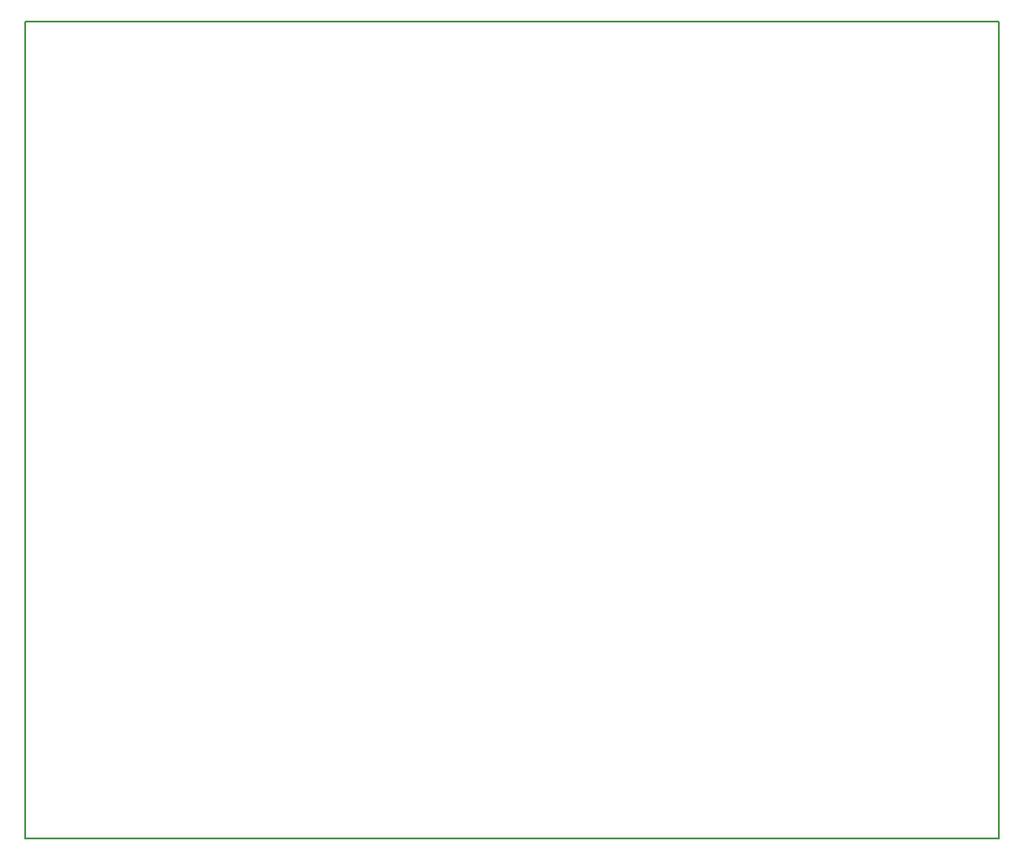
<source format=gbo>
G04 MADE WITH FRITZING*
G04 WWW.FRITZING.ORG*
G04 DOUBLE SIDED*
G04 HOLES PLATED*
G04 CONTOUR ON CENTER OF CONTOUR VECTOR*
%ASAXBY*%
%FSLAX23Y23*%
%MOIN*%
%OFA0B0*%
%SFA1.0B1.0*%
%ADD10R,3.615590X3.038580X3.599590X3.022580*%
%ADD11C,0.008000*%
%LNSILK0*%
G90*
G70*
G54D11*
X4Y3035D02*
X3612Y3035D01*
X3612Y4D01*
X4Y4D01*
X4Y3035D01*
D02*
G04 End of Silk0*
M02*
</source>
